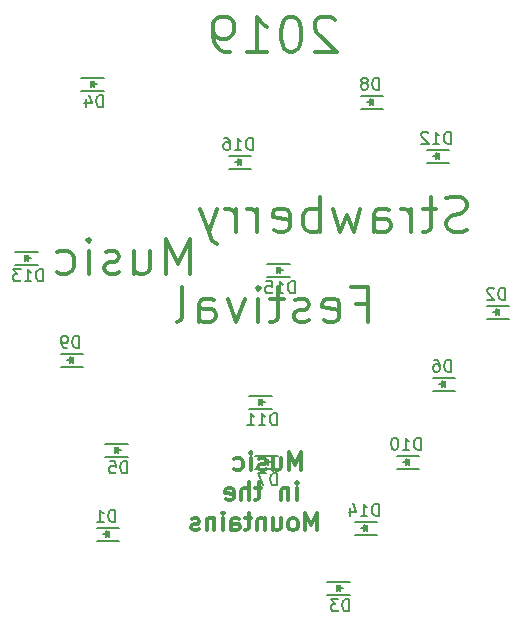
<source format=gbr>
G04 #@! TF.FileFunction,Legend,Bot*
%FSLAX46Y46*%
G04 Gerber Fmt 4.6, Leading zero omitted, Abs format (unit mm)*
G04 Created by KiCad (PCBNEW 4.0.4-snap1-stable) date Wed Apr 17 18:01:07 2019*
%MOMM*%
%LPD*%
G01*
G04 APERTURE LIST*
%ADD10C,0.100000*%
%ADD11C,0.300000*%
%ADD12C,0.150000*%
G04 APERTURE END LIST*
D10*
D11*
X148827428Y-122261143D02*
X148827428Y-119261143D01*
X147827428Y-121404000D01*
X146827428Y-119261143D01*
X146827428Y-122261143D01*
X144113143Y-120261143D02*
X144113143Y-122261143D01*
X145398857Y-120261143D02*
X145398857Y-121832571D01*
X145256000Y-122118286D01*
X144970286Y-122261143D01*
X144541714Y-122261143D01*
X144256000Y-122118286D01*
X144113143Y-121975429D01*
X142827428Y-122118286D02*
X142541714Y-122261143D01*
X141970286Y-122261143D01*
X141684571Y-122118286D01*
X141541714Y-121832571D01*
X141541714Y-121689714D01*
X141684571Y-121404000D01*
X141970286Y-121261143D01*
X142398857Y-121261143D01*
X142684571Y-121118286D01*
X142827428Y-120832571D01*
X142827428Y-120689714D01*
X142684571Y-120404000D01*
X142398857Y-120261143D01*
X141970286Y-120261143D01*
X141684571Y-120404000D01*
X140256000Y-122261143D02*
X140256000Y-120261143D01*
X140256000Y-119261143D02*
X140398857Y-119404000D01*
X140256000Y-119546857D01*
X140113143Y-119404000D01*
X140256000Y-119261143D01*
X140256000Y-119546857D01*
X137541715Y-122118286D02*
X137827429Y-122261143D01*
X138398858Y-122261143D01*
X138684572Y-122118286D01*
X138827429Y-121975429D01*
X138970286Y-121689714D01*
X138970286Y-120832571D01*
X138827429Y-120546857D01*
X138684572Y-120404000D01*
X138398858Y-120261143D01*
X137827429Y-120261143D01*
X137541715Y-120404000D01*
X161098857Y-100750857D02*
X160956000Y-100608000D01*
X160670286Y-100465143D01*
X159956000Y-100465143D01*
X159670286Y-100608000D01*
X159527429Y-100750857D01*
X159384572Y-101036571D01*
X159384572Y-101322286D01*
X159527429Y-101750857D01*
X161241715Y-103465143D01*
X159384572Y-103465143D01*
X157527429Y-100465143D02*
X157241714Y-100465143D01*
X156956000Y-100608000D01*
X156813143Y-100750857D01*
X156670286Y-101036571D01*
X156527429Y-101608000D01*
X156527429Y-102322286D01*
X156670286Y-102893714D01*
X156813143Y-103179429D01*
X156956000Y-103322286D01*
X157241714Y-103465143D01*
X157527429Y-103465143D01*
X157813143Y-103322286D01*
X157956000Y-103179429D01*
X158098857Y-102893714D01*
X158241714Y-102322286D01*
X158241714Y-101608000D01*
X158098857Y-101036571D01*
X157956000Y-100750857D01*
X157813143Y-100608000D01*
X157527429Y-100465143D01*
X153670286Y-103465143D02*
X155384571Y-103465143D01*
X154527429Y-103465143D02*
X154527429Y-100465143D01*
X154813143Y-100893714D01*
X155098857Y-101179429D01*
X155384571Y-101322286D01*
X152241714Y-103465143D02*
X151670286Y-103465143D01*
X151384571Y-103322286D01*
X151241714Y-103179429D01*
X150956000Y-102750857D01*
X150813143Y-102179429D01*
X150813143Y-101036571D01*
X150956000Y-100750857D01*
X151098857Y-100608000D01*
X151384571Y-100465143D01*
X151956000Y-100465143D01*
X152241714Y-100608000D01*
X152384571Y-100750857D01*
X152527428Y-101036571D01*
X152527428Y-101750857D01*
X152384571Y-102036571D01*
X152241714Y-102179429D01*
X151956000Y-102322286D01*
X151384571Y-102322286D01*
X151098857Y-102179429D01*
X150956000Y-102036571D01*
X150813143Y-101750857D01*
X158233714Y-138844571D02*
X158233714Y-137344571D01*
X157733714Y-138416000D01*
X157233714Y-137344571D01*
X157233714Y-138844571D01*
X155876571Y-137844571D02*
X155876571Y-138844571D01*
X156519428Y-137844571D02*
X156519428Y-138630286D01*
X156448000Y-138773143D01*
X156305142Y-138844571D01*
X156090857Y-138844571D01*
X155948000Y-138773143D01*
X155876571Y-138701714D01*
X155233714Y-138773143D02*
X155090857Y-138844571D01*
X154805142Y-138844571D01*
X154662285Y-138773143D01*
X154590857Y-138630286D01*
X154590857Y-138558857D01*
X154662285Y-138416000D01*
X154805142Y-138344571D01*
X155019428Y-138344571D01*
X155162285Y-138273143D01*
X155233714Y-138130286D01*
X155233714Y-138058857D01*
X155162285Y-137916000D01*
X155019428Y-137844571D01*
X154805142Y-137844571D01*
X154662285Y-137916000D01*
X153947999Y-138844571D02*
X153947999Y-137844571D01*
X153947999Y-137344571D02*
X154019428Y-137416000D01*
X153947999Y-137487429D01*
X153876571Y-137416000D01*
X153947999Y-137344571D01*
X153947999Y-137487429D01*
X152590856Y-138773143D02*
X152733713Y-138844571D01*
X153019427Y-138844571D01*
X153162285Y-138773143D01*
X153233713Y-138701714D01*
X153305142Y-138558857D01*
X153305142Y-138130286D01*
X153233713Y-137987429D01*
X153162285Y-137916000D01*
X153019427Y-137844571D01*
X152733713Y-137844571D01*
X152590856Y-137916000D01*
X157876571Y-141394571D02*
X157876571Y-140394571D01*
X157876571Y-139894571D02*
X157948000Y-139966000D01*
X157876571Y-140037429D01*
X157805143Y-139966000D01*
X157876571Y-139894571D01*
X157876571Y-140037429D01*
X157162285Y-140394571D02*
X157162285Y-141394571D01*
X157162285Y-140537429D02*
X157090857Y-140466000D01*
X156947999Y-140394571D01*
X156733714Y-140394571D01*
X156590857Y-140466000D01*
X156519428Y-140608857D01*
X156519428Y-141394571D01*
X154876571Y-140394571D02*
X154305142Y-140394571D01*
X154662285Y-139894571D02*
X154662285Y-141180286D01*
X154590857Y-141323143D01*
X154447999Y-141394571D01*
X154305142Y-141394571D01*
X153805142Y-141394571D02*
X153805142Y-139894571D01*
X153162285Y-141394571D02*
X153162285Y-140608857D01*
X153233714Y-140466000D01*
X153376571Y-140394571D01*
X153590856Y-140394571D01*
X153733714Y-140466000D01*
X153805142Y-140537429D01*
X151876571Y-141323143D02*
X152019428Y-141394571D01*
X152305142Y-141394571D01*
X152447999Y-141323143D01*
X152519428Y-141180286D01*
X152519428Y-140608857D01*
X152447999Y-140466000D01*
X152305142Y-140394571D01*
X152019428Y-140394571D01*
X151876571Y-140466000D01*
X151805142Y-140608857D01*
X151805142Y-140751714D01*
X152519428Y-140894571D01*
X159590858Y-143944571D02*
X159590858Y-142444571D01*
X159090858Y-143516000D01*
X158590858Y-142444571D01*
X158590858Y-143944571D01*
X157662286Y-143944571D02*
X157805144Y-143873143D01*
X157876572Y-143801714D01*
X157948001Y-143658857D01*
X157948001Y-143230286D01*
X157876572Y-143087429D01*
X157805144Y-143016000D01*
X157662286Y-142944571D01*
X157448001Y-142944571D01*
X157305144Y-143016000D01*
X157233715Y-143087429D01*
X157162286Y-143230286D01*
X157162286Y-143658857D01*
X157233715Y-143801714D01*
X157305144Y-143873143D01*
X157448001Y-143944571D01*
X157662286Y-143944571D01*
X155876572Y-142944571D02*
X155876572Y-143944571D01*
X156519429Y-142944571D02*
X156519429Y-143730286D01*
X156448001Y-143873143D01*
X156305143Y-143944571D01*
X156090858Y-143944571D01*
X155948001Y-143873143D01*
X155876572Y-143801714D01*
X155162286Y-142944571D02*
X155162286Y-143944571D01*
X155162286Y-143087429D02*
X155090858Y-143016000D01*
X154948000Y-142944571D01*
X154733715Y-142944571D01*
X154590858Y-143016000D01*
X154519429Y-143158857D01*
X154519429Y-143944571D01*
X154019429Y-142944571D02*
X153448000Y-142944571D01*
X153805143Y-142444571D02*
X153805143Y-143730286D01*
X153733715Y-143873143D01*
X153590857Y-143944571D01*
X153448000Y-143944571D01*
X152305143Y-143944571D02*
X152305143Y-143158857D01*
X152376572Y-143016000D01*
X152519429Y-142944571D01*
X152805143Y-142944571D01*
X152948000Y-143016000D01*
X152305143Y-143873143D02*
X152448000Y-143944571D01*
X152805143Y-143944571D01*
X152948000Y-143873143D01*
X153019429Y-143730286D01*
X153019429Y-143587429D01*
X152948000Y-143444571D01*
X152805143Y-143373143D01*
X152448000Y-143373143D01*
X152305143Y-143301714D01*
X151590857Y-143944571D02*
X151590857Y-142944571D01*
X151590857Y-142444571D02*
X151662286Y-142516000D01*
X151590857Y-142587429D01*
X151519429Y-142516000D01*
X151590857Y-142444571D01*
X151590857Y-142587429D01*
X150876571Y-142944571D02*
X150876571Y-143944571D01*
X150876571Y-143087429D02*
X150805143Y-143016000D01*
X150662285Y-142944571D01*
X150448000Y-142944571D01*
X150305143Y-143016000D01*
X150233714Y-143158857D01*
X150233714Y-143944571D01*
X149590857Y-143873143D02*
X149448000Y-143944571D01*
X149162285Y-143944571D01*
X149019428Y-143873143D01*
X148948000Y-143730286D01*
X148948000Y-143658857D01*
X149019428Y-143516000D01*
X149162285Y-143444571D01*
X149376571Y-143444571D01*
X149519428Y-143373143D01*
X149590857Y-143230286D01*
X149590857Y-143158857D01*
X149519428Y-143016000D01*
X149376571Y-142944571D01*
X149162285Y-142944571D01*
X149019428Y-143016000D01*
X162884571Y-124753714D02*
X163884571Y-124753714D01*
X163884571Y-126325143D02*
X163884571Y-123325143D01*
X162456000Y-123325143D01*
X160170285Y-126182286D02*
X160455999Y-126325143D01*
X161027428Y-126325143D01*
X161313142Y-126182286D01*
X161455999Y-125896571D01*
X161455999Y-124753714D01*
X161313142Y-124468000D01*
X161027428Y-124325143D01*
X160455999Y-124325143D01*
X160170285Y-124468000D01*
X160027428Y-124753714D01*
X160027428Y-125039429D01*
X161455999Y-125325143D01*
X158884570Y-126182286D02*
X158598856Y-126325143D01*
X158027428Y-126325143D01*
X157741713Y-126182286D01*
X157598856Y-125896571D01*
X157598856Y-125753714D01*
X157741713Y-125468000D01*
X158027428Y-125325143D01*
X158455999Y-125325143D01*
X158741713Y-125182286D01*
X158884570Y-124896571D01*
X158884570Y-124753714D01*
X158741713Y-124468000D01*
X158455999Y-124325143D01*
X158027428Y-124325143D01*
X157741713Y-124468000D01*
X156741714Y-124325143D02*
X155598857Y-124325143D01*
X156313142Y-123325143D02*
X156313142Y-125896571D01*
X156170285Y-126182286D01*
X155884571Y-126325143D01*
X155598857Y-126325143D01*
X154598856Y-126325143D02*
X154598856Y-124325143D01*
X154598856Y-123325143D02*
X154741713Y-123468000D01*
X154598856Y-123610857D01*
X154455999Y-123468000D01*
X154598856Y-123325143D01*
X154598856Y-123610857D01*
X153456000Y-124325143D02*
X152741714Y-126325143D01*
X152027428Y-124325143D01*
X149598857Y-126325143D02*
X149598857Y-124753714D01*
X149741714Y-124468000D01*
X150027428Y-124325143D01*
X150598857Y-124325143D01*
X150884571Y-124468000D01*
X149598857Y-126182286D02*
X149884571Y-126325143D01*
X150598857Y-126325143D01*
X150884571Y-126182286D01*
X151027428Y-125896571D01*
X151027428Y-125610857D01*
X150884571Y-125325143D01*
X150598857Y-125182286D01*
X149884571Y-125182286D01*
X149598857Y-125039429D01*
X147741714Y-126325143D02*
X148027428Y-126182286D01*
X148170285Y-125896571D01*
X148170285Y-123325143D01*
X172250286Y-118562286D02*
X171821715Y-118705143D01*
X171107429Y-118705143D01*
X170821715Y-118562286D01*
X170678858Y-118419429D01*
X170536001Y-118133714D01*
X170536001Y-117848000D01*
X170678858Y-117562286D01*
X170821715Y-117419429D01*
X171107429Y-117276571D01*
X171678858Y-117133714D01*
X171964572Y-116990857D01*
X172107429Y-116848000D01*
X172250286Y-116562286D01*
X172250286Y-116276571D01*
X172107429Y-115990857D01*
X171964572Y-115848000D01*
X171678858Y-115705143D01*
X170964572Y-115705143D01*
X170536001Y-115848000D01*
X169678858Y-116705143D02*
X168536001Y-116705143D01*
X169250286Y-115705143D02*
X169250286Y-118276571D01*
X169107429Y-118562286D01*
X168821715Y-118705143D01*
X168536001Y-118705143D01*
X167536000Y-118705143D02*
X167536000Y-116705143D01*
X167536000Y-117276571D02*
X167393143Y-116990857D01*
X167250286Y-116848000D01*
X166964572Y-116705143D01*
X166678857Y-116705143D01*
X164393143Y-118705143D02*
X164393143Y-117133714D01*
X164536000Y-116848000D01*
X164821714Y-116705143D01*
X165393143Y-116705143D01*
X165678857Y-116848000D01*
X164393143Y-118562286D02*
X164678857Y-118705143D01*
X165393143Y-118705143D01*
X165678857Y-118562286D01*
X165821714Y-118276571D01*
X165821714Y-117990857D01*
X165678857Y-117705143D01*
X165393143Y-117562286D01*
X164678857Y-117562286D01*
X164393143Y-117419429D01*
X163250286Y-116705143D02*
X162678857Y-118705143D01*
X162107428Y-117276571D01*
X161536000Y-118705143D01*
X160964571Y-116705143D01*
X159821714Y-118705143D02*
X159821714Y-115705143D01*
X159821714Y-116848000D02*
X159536000Y-116705143D01*
X158964571Y-116705143D01*
X158678857Y-116848000D01*
X158536000Y-116990857D01*
X158393143Y-117276571D01*
X158393143Y-118133714D01*
X158536000Y-118419429D01*
X158678857Y-118562286D01*
X158964571Y-118705143D01*
X159536000Y-118705143D01*
X159821714Y-118562286D01*
X155964571Y-118562286D02*
X156250285Y-118705143D01*
X156821714Y-118705143D01*
X157107428Y-118562286D01*
X157250285Y-118276571D01*
X157250285Y-117133714D01*
X157107428Y-116848000D01*
X156821714Y-116705143D01*
X156250285Y-116705143D01*
X155964571Y-116848000D01*
X155821714Y-117133714D01*
X155821714Y-117419429D01*
X157250285Y-117705143D01*
X154535999Y-118705143D02*
X154535999Y-116705143D01*
X154535999Y-117276571D02*
X154393142Y-116990857D01*
X154250285Y-116848000D01*
X153964571Y-116705143D01*
X153678856Y-116705143D01*
X152678856Y-118705143D02*
X152678856Y-116705143D01*
X152678856Y-117276571D02*
X152535999Y-116990857D01*
X152393142Y-116848000D01*
X152107428Y-116705143D01*
X151821713Y-116705143D01*
X151107428Y-116705143D02*
X150393142Y-118705143D01*
X149678856Y-116705143D02*
X150393142Y-118705143D01*
X150678856Y-119419429D01*
X150821713Y-119562286D01*
X151107428Y-119705143D01*
D12*
X142832000Y-144822000D02*
X140932000Y-144822000D01*
X142832000Y-143722000D02*
X140932000Y-143722000D01*
X141932000Y-144272000D02*
X141482000Y-144272000D01*
X141982000Y-144022000D02*
X141982000Y-144522000D01*
X141982000Y-144272000D02*
X141732000Y-144022000D01*
X141732000Y-144022000D02*
X141732000Y-144522000D01*
X141732000Y-144522000D02*
X141982000Y-144272000D01*
X175852000Y-126026000D02*
X173952000Y-126026000D01*
X175852000Y-124926000D02*
X173952000Y-124926000D01*
X174952000Y-125476000D02*
X174502000Y-125476000D01*
X175002000Y-125226000D02*
X175002000Y-125726000D01*
X175002000Y-125476000D02*
X174752000Y-125226000D01*
X174752000Y-125226000D02*
X174752000Y-125726000D01*
X174752000Y-125726000D02*
X175002000Y-125476000D01*
X160444000Y-148294000D02*
X162344000Y-148294000D01*
X160444000Y-149394000D02*
X162344000Y-149394000D01*
X161344000Y-148844000D02*
X161794000Y-148844000D01*
X161294000Y-149094000D02*
X161294000Y-148594000D01*
X161294000Y-148844000D02*
X161544000Y-149094000D01*
X161544000Y-149094000D02*
X161544000Y-148594000D01*
X161544000Y-148594000D02*
X161294000Y-148844000D01*
X139616000Y-105622000D02*
X141516000Y-105622000D01*
X139616000Y-106722000D02*
X141516000Y-106722000D01*
X140516000Y-106172000D02*
X140966000Y-106172000D01*
X140466000Y-106422000D02*
X140466000Y-105922000D01*
X140466000Y-106172000D02*
X140716000Y-106422000D01*
X140716000Y-106422000D02*
X140716000Y-105922000D01*
X140716000Y-105922000D02*
X140466000Y-106172000D01*
X141648000Y-136610000D02*
X143548000Y-136610000D01*
X141648000Y-137710000D02*
X143548000Y-137710000D01*
X142548000Y-137160000D02*
X142998000Y-137160000D01*
X142498000Y-137410000D02*
X142498000Y-136910000D01*
X142498000Y-137160000D02*
X142748000Y-137410000D01*
X142748000Y-137410000D02*
X142748000Y-136910000D01*
X142748000Y-136910000D02*
X142498000Y-137160000D01*
X171280000Y-132122000D02*
X169380000Y-132122000D01*
X171280000Y-131022000D02*
X169380000Y-131022000D01*
X170380000Y-131572000D02*
X169930000Y-131572000D01*
X170430000Y-131322000D02*
X170430000Y-131822000D01*
X170430000Y-131572000D02*
X170180000Y-131322000D01*
X170180000Y-131322000D02*
X170180000Y-131822000D01*
X170180000Y-131822000D02*
X170430000Y-131572000D01*
X154348000Y-137626000D02*
X156248000Y-137626000D01*
X154348000Y-138726000D02*
X156248000Y-138726000D01*
X155248000Y-138176000D02*
X155698000Y-138176000D01*
X155198000Y-138426000D02*
X155198000Y-137926000D01*
X155198000Y-138176000D02*
X155448000Y-138426000D01*
X155448000Y-138426000D02*
X155448000Y-137926000D01*
X155448000Y-137926000D02*
X155198000Y-138176000D01*
X165184000Y-108246000D02*
X163284000Y-108246000D01*
X165184000Y-107146000D02*
X163284000Y-107146000D01*
X164284000Y-107696000D02*
X163834000Y-107696000D01*
X164334000Y-107446000D02*
X164334000Y-107946000D01*
X164334000Y-107696000D02*
X164084000Y-107446000D01*
X164084000Y-107446000D02*
X164084000Y-107946000D01*
X164084000Y-107946000D02*
X164334000Y-107696000D01*
X139784000Y-130090000D02*
X137884000Y-130090000D01*
X139784000Y-128990000D02*
X137884000Y-128990000D01*
X138884000Y-129540000D02*
X138434000Y-129540000D01*
X138934000Y-129290000D02*
X138934000Y-129790000D01*
X138934000Y-129540000D02*
X138684000Y-129290000D01*
X138684000Y-129290000D02*
X138684000Y-129790000D01*
X138684000Y-129790000D02*
X138934000Y-129540000D01*
X168232000Y-138726000D02*
X166332000Y-138726000D01*
X168232000Y-137626000D02*
X166332000Y-137626000D01*
X167332000Y-138176000D02*
X166882000Y-138176000D01*
X167382000Y-137926000D02*
X167382000Y-138426000D01*
X167382000Y-138176000D02*
X167132000Y-137926000D01*
X167132000Y-137926000D02*
X167132000Y-138426000D01*
X167132000Y-138426000D02*
X167382000Y-138176000D01*
X153840000Y-132546000D02*
X155740000Y-132546000D01*
X153840000Y-133646000D02*
X155740000Y-133646000D01*
X154740000Y-133096000D02*
X155190000Y-133096000D01*
X154690000Y-133346000D02*
X154690000Y-132846000D01*
X154690000Y-133096000D02*
X154940000Y-133346000D01*
X154940000Y-133346000D02*
X154940000Y-132846000D01*
X154940000Y-132846000D02*
X154690000Y-133096000D01*
X170772000Y-112818000D02*
X168872000Y-112818000D01*
X170772000Y-111718000D02*
X168872000Y-111718000D01*
X169872000Y-112268000D02*
X169422000Y-112268000D01*
X169922000Y-112018000D02*
X169922000Y-112518000D01*
X169922000Y-112268000D02*
X169672000Y-112018000D01*
X169672000Y-112018000D02*
X169672000Y-112518000D01*
X169672000Y-112518000D02*
X169922000Y-112268000D01*
X134028000Y-120354000D02*
X135928000Y-120354000D01*
X134028000Y-121454000D02*
X135928000Y-121454000D01*
X134928000Y-120904000D02*
X135378000Y-120904000D01*
X134878000Y-121154000D02*
X134878000Y-120654000D01*
X134878000Y-120904000D02*
X135128000Y-121154000D01*
X135128000Y-121154000D02*
X135128000Y-120654000D01*
X135128000Y-120654000D02*
X134878000Y-120904000D01*
X164676000Y-144314000D02*
X162776000Y-144314000D01*
X164676000Y-143214000D02*
X162776000Y-143214000D01*
X163776000Y-143764000D02*
X163326000Y-143764000D01*
X163826000Y-143514000D02*
X163826000Y-144014000D01*
X163826000Y-143764000D02*
X163576000Y-143514000D01*
X163576000Y-143514000D02*
X163576000Y-144014000D01*
X163576000Y-144014000D02*
X163826000Y-143764000D01*
X155364000Y-121370000D02*
X157264000Y-121370000D01*
X155364000Y-122470000D02*
X157264000Y-122470000D01*
X156264000Y-121920000D02*
X156714000Y-121920000D01*
X156214000Y-122170000D02*
X156214000Y-121670000D01*
X156214000Y-121920000D02*
X156464000Y-122170000D01*
X156464000Y-122170000D02*
X156464000Y-121670000D01*
X156464000Y-121670000D02*
X156214000Y-121920000D01*
X154008000Y-113326000D02*
X152108000Y-113326000D01*
X154008000Y-112226000D02*
X152108000Y-112226000D01*
X153108000Y-112776000D02*
X152658000Y-112776000D01*
X153158000Y-112526000D02*
X153158000Y-113026000D01*
X153158000Y-112776000D02*
X152908000Y-112526000D01*
X152908000Y-112526000D02*
X152908000Y-113026000D01*
X152908000Y-113026000D02*
X153158000Y-112776000D01*
X142470095Y-143224381D02*
X142470095Y-142224381D01*
X142232000Y-142224381D01*
X142089142Y-142272000D01*
X141993904Y-142367238D01*
X141946285Y-142462476D01*
X141898666Y-142652952D01*
X141898666Y-142795810D01*
X141946285Y-142986286D01*
X141993904Y-143081524D01*
X142089142Y-143176762D01*
X142232000Y-143224381D01*
X142470095Y-143224381D01*
X140946285Y-143224381D02*
X141517714Y-143224381D01*
X141232000Y-143224381D02*
X141232000Y-142224381D01*
X141327238Y-142367238D01*
X141422476Y-142462476D01*
X141517714Y-142510095D01*
X175490095Y-124428381D02*
X175490095Y-123428381D01*
X175252000Y-123428381D01*
X175109142Y-123476000D01*
X175013904Y-123571238D01*
X174966285Y-123666476D01*
X174918666Y-123856952D01*
X174918666Y-123999810D01*
X174966285Y-124190286D01*
X175013904Y-124285524D01*
X175109142Y-124380762D01*
X175252000Y-124428381D01*
X175490095Y-124428381D01*
X174537714Y-123523619D02*
X174490095Y-123476000D01*
X174394857Y-123428381D01*
X174156761Y-123428381D01*
X174061523Y-123476000D01*
X174013904Y-123523619D01*
X173966285Y-123618857D01*
X173966285Y-123714095D01*
X174013904Y-123856952D01*
X174585333Y-124428381D01*
X173966285Y-124428381D01*
X162282095Y-150796381D02*
X162282095Y-149796381D01*
X162044000Y-149796381D01*
X161901142Y-149844000D01*
X161805904Y-149939238D01*
X161758285Y-150034476D01*
X161710666Y-150224952D01*
X161710666Y-150367810D01*
X161758285Y-150558286D01*
X161805904Y-150653524D01*
X161901142Y-150748762D01*
X162044000Y-150796381D01*
X162282095Y-150796381D01*
X161377333Y-149796381D02*
X160758285Y-149796381D01*
X161091619Y-150177333D01*
X160948761Y-150177333D01*
X160853523Y-150224952D01*
X160805904Y-150272571D01*
X160758285Y-150367810D01*
X160758285Y-150605905D01*
X160805904Y-150701143D01*
X160853523Y-150748762D01*
X160948761Y-150796381D01*
X161234476Y-150796381D01*
X161329714Y-150748762D01*
X161377333Y-150701143D01*
X141454095Y-108124381D02*
X141454095Y-107124381D01*
X141216000Y-107124381D01*
X141073142Y-107172000D01*
X140977904Y-107267238D01*
X140930285Y-107362476D01*
X140882666Y-107552952D01*
X140882666Y-107695810D01*
X140930285Y-107886286D01*
X140977904Y-107981524D01*
X141073142Y-108076762D01*
X141216000Y-108124381D01*
X141454095Y-108124381D01*
X140025523Y-107457714D02*
X140025523Y-108124381D01*
X140263619Y-107076762D02*
X140501714Y-107791048D01*
X139882666Y-107791048D01*
X143486095Y-139112381D02*
X143486095Y-138112381D01*
X143248000Y-138112381D01*
X143105142Y-138160000D01*
X143009904Y-138255238D01*
X142962285Y-138350476D01*
X142914666Y-138540952D01*
X142914666Y-138683810D01*
X142962285Y-138874286D01*
X143009904Y-138969524D01*
X143105142Y-139064762D01*
X143248000Y-139112381D01*
X143486095Y-139112381D01*
X142009904Y-138112381D02*
X142486095Y-138112381D01*
X142533714Y-138588571D01*
X142486095Y-138540952D01*
X142390857Y-138493333D01*
X142152761Y-138493333D01*
X142057523Y-138540952D01*
X142009904Y-138588571D01*
X141962285Y-138683810D01*
X141962285Y-138921905D01*
X142009904Y-139017143D01*
X142057523Y-139064762D01*
X142152761Y-139112381D01*
X142390857Y-139112381D01*
X142486095Y-139064762D01*
X142533714Y-139017143D01*
X170918095Y-130524381D02*
X170918095Y-129524381D01*
X170680000Y-129524381D01*
X170537142Y-129572000D01*
X170441904Y-129667238D01*
X170394285Y-129762476D01*
X170346666Y-129952952D01*
X170346666Y-130095810D01*
X170394285Y-130286286D01*
X170441904Y-130381524D01*
X170537142Y-130476762D01*
X170680000Y-130524381D01*
X170918095Y-130524381D01*
X169489523Y-129524381D02*
X169680000Y-129524381D01*
X169775238Y-129572000D01*
X169822857Y-129619619D01*
X169918095Y-129762476D01*
X169965714Y-129952952D01*
X169965714Y-130333905D01*
X169918095Y-130429143D01*
X169870476Y-130476762D01*
X169775238Y-130524381D01*
X169584761Y-130524381D01*
X169489523Y-130476762D01*
X169441904Y-130429143D01*
X169394285Y-130333905D01*
X169394285Y-130095810D01*
X169441904Y-130000571D01*
X169489523Y-129952952D01*
X169584761Y-129905333D01*
X169775238Y-129905333D01*
X169870476Y-129952952D01*
X169918095Y-130000571D01*
X169965714Y-130095810D01*
X156186095Y-140128381D02*
X156186095Y-139128381D01*
X155948000Y-139128381D01*
X155805142Y-139176000D01*
X155709904Y-139271238D01*
X155662285Y-139366476D01*
X155614666Y-139556952D01*
X155614666Y-139699810D01*
X155662285Y-139890286D01*
X155709904Y-139985524D01*
X155805142Y-140080762D01*
X155948000Y-140128381D01*
X156186095Y-140128381D01*
X155281333Y-139128381D02*
X154614666Y-139128381D01*
X155043238Y-140128381D01*
X164822095Y-106648381D02*
X164822095Y-105648381D01*
X164584000Y-105648381D01*
X164441142Y-105696000D01*
X164345904Y-105791238D01*
X164298285Y-105886476D01*
X164250666Y-106076952D01*
X164250666Y-106219810D01*
X164298285Y-106410286D01*
X164345904Y-106505524D01*
X164441142Y-106600762D01*
X164584000Y-106648381D01*
X164822095Y-106648381D01*
X163679238Y-106076952D02*
X163774476Y-106029333D01*
X163822095Y-105981714D01*
X163869714Y-105886476D01*
X163869714Y-105838857D01*
X163822095Y-105743619D01*
X163774476Y-105696000D01*
X163679238Y-105648381D01*
X163488761Y-105648381D01*
X163393523Y-105696000D01*
X163345904Y-105743619D01*
X163298285Y-105838857D01*
X163298285Y-105886476D01*
X163345904Y-105981714D01*
X163393523Y-106029333D01*
X163488761Y-106076952D01*
X163679238Y-106076952D01*
X163774476Y-106124571D01*
X163822095Y-106172190D01*
X163869714Y-106267429D01*
X163869714Y-106457905D01*
X163822095Y-106553143D01*
X163774476Y-106600762D01*
X163679238Y-106648381D01*
X163488761Y-106648381D01*
X163393523Y-106600762D01*
X163345904Y-106553143D01*
X163298285Y-106457905D01*
X163298285Y-106267429D01*
X163345904Y-106172190D01*
X163393523Y-106124571D01*
X163488761Y-106076952D01*
X139422095Y-128492381D02*
X139422095Y-127492381D01*
X139184000Y-127492381D01*
X139041142Y-127540000D01*
X138945904Y-127635238D01*
X138898285Y-127730476D01*
X138850666Y-127920952D01*
X138850666Y-128063810D01*
X138898285Y-128254286D01*
X138945904Y-128349524D01*
X139041142Y-128444762D01*
X139184000Y-128492381D01*
X139422095Y-128492381D01*
X138374476Y-128492381D02*
X138184000Y-128492381D01*
X138088761Y-128444762D01*
X138041142Y-128397143D01*
X137945904Y-128254286D01*
X137898285Y-128063810D01*
X137898285Y-127682857D01*
X137945904Y-127587619D01*
X137993523Y-127540000D01*
X138088761Y-127492381D01*
X138279238Y-127492381D01*
X138374476Y-127540000D01*
X138422095Y-127587619D01*
X138469714Y-127682857D01*
X138469714Y-127920952D01*
X138422095Y-128016190D01*
X138374476Y-128063810D01*
X138279238Y-128111429D01*
X138088761Y-128111429D01*
X137993523Y-128063810D01*
X137945904Y-128016190D01*
X137898285Y-127920952D01*
X168346286Y-137128381D02*
X168346286Y-136128381D01*
X168108191Y-136128381D01*
X167965333Y-136176000D01*
X167870095Y-136271238D01*
X167822476Y-136366476D01*
X167774857Y-136556952D01*
X167774857Y-136699810D01*
X167822476Y-136890286D01*
X167870095Y-136985524D01*
X167965333Y-137080762D01*
X168108191Y-137128381D01*
X168346286Y-137128381D01*
X166822476Y-137128381D02*
X167393905Y-137128381D01*
X167108191Y-137128381D02*
X167108191Y-136128381D01*
X167203429Y-136271238D01*
X167298667Y-136366476D01*
X167393905Y-136414095D01*
X166203429Y-136128381D02*
X166108190Y-136128381D01*
X166012952Y-136176000D01*
X165965333Y-136223619D01*
X165917714Y-136318857D01*
X165870095Y-136509333D01*
X165870095Y-136747429D01*
X165917714Y-136937905D01*
X165965333Y-137033143D01*
X166012952Y-137080762D01*
X166108190Y-137128381D01*
X166203429Y-137128381D01*
X166298667Y-137080762D01*
X166346286Y-137033143D01*
X166393905Y-136937905D01*
X166441524Y-136747429D01*
X166441524Y-136509333D01*
X166393905Y-136318857D01*
X166346286Y-136223619D01*
X166298667Y-136176000D01*
X166203429Y-136128381D01*
X156154286Y-135048381D02*
X156154286Y-134048381D01*
X155916191Y-134048381D01*
X155773333Y-134096000D01*
X155678095Y-134191238D01*
X155630476Y-134286476D01*
X155582857Y-134476952D01*
X155582857Y-134619810D01*
X155630476Y-134810286D01*
X155678095Y-134905524D01*
X155773333Y-135000762D01*
X155916191Y-135048381D01*
X156154286Y-135048381D01*
X154630476Y-135048381D02*
X155201905Y-135048381D01*
X154916191Y-135048381D02*
X154916191Y-134048381D01*
X155011429Y-134191238D01*
X155106667Y-134286476D01*
X155201905Y-134334095D01*
X153678095Y-135048381D02*
X154249524Y-135048381D01*
X153963810Y-135048381D02*
X153963810Y-134048381D01*
X154059048Y-134191238D01*
X154154286Y-134286476D01*
X154249524Y-134334095D01*
X170886286Y-111220381D02*
X170886286Y-110220381D01*
X170648191Y-110220381D01*
X170505333Y-110268000D01*
X170410095Y-110363238D01*
X170362476Y-110458476D01*
X170314857Y-110648952D01*
X170314857Y-110791810D01*
X170362476Y-110982286D01*
X170410095Y-111077524D01*
X170505333Y-111172762D01*
X170648191Y-111220381D01*
X170886286Y-111220381D01*
X169362476Y-111220381D02*
X169933905Y-111220381D01*
X169648191Y-111220381D02*
X169648191Y-110220381D01*
X169743429Y-110363238D01*
X169838667Y-110458476D01*
X169933905Y-110506095D01*
X168981524Y-110315619D02*
X168933905Y-110268000D01*
X168838667Y-110220381D01*
X168600571Y-110220381D01*
X168505333Y-110268000D01*
X168457714Y-110315619D01*
X168410095Y-110410857D01*
X168410095Y-110506095D01*
X168457714Y-110648952D01*
X169029143Y-111220381D01*
X168410095Y-111220381D01*
X136342286Y-122856381D02*
X136342286Y-121856381D01*
X136104191Y-121856381D01*
X135961333Y-121904000D01*
X135866095Y-121999238D01*
X135818476Y-122094476D01*
X135770857Y-122284952D01*
X135770857Y-122427810D01*
X135818476Y-122618286D01*
X135866095Y-122713524D01*
X135961333Y-122808762D01*
X136104191Y-122856381D01*
X136342286Y-122856381D01*
X134818476Y-122856381D02*
X135389905Y-122856381D01*
X135104191Y-122856381D02*
X135104191Y-121856381D01*
X135199429Y-121999238D01*
X135294667Y-122094476D01*
X135389905Y-122142095D01*
X134485143Y-121856381D02*
X133866095Y-121856381D01*
X134199429Y-122237333D01*
X134056571Y-122237333D01*
X133961333Y-122284952D01*
X133913714Y-122332571D01*
X133866095Y-122427810D01*
X133866095Y-122665905D01*
X133913714Y-122761143D01*
X133961333Y-122808762D01*
X134056571Y-122856381D01*
X134342286Y-122856381D01*
X134437524Y-122808762D01*
X134485143Y-122761143D01*
X164790286Y-142716381D02*
X164790286Y-141716381D01*
X164552191Y-141716381D01*
X164409333Y-141764000D01*
X164314095Y-141859238D01*
X164266476Y-141954476D01*
X164218857Y-142144952D01*
X164218857Y-142287810D01*
X164266476Y-142478286D01*
X164314095Y-142573524D01*
X164409333Y-142668762D01*
X164552191Y-142716381D01*
X164790286Y-142716381D01*
X163266476Y-142716381D02*
X163837905Y-142716381D01*
X163552191Y-142716381D02*
X163552191Y-141716381D01*
X163647429Y-141859238D01*
X163742667Y-141954476D01*
X163837905Y-142002095D01*
X162409333Y-142049714D02*
X162409333Y-142716381D01*
X162647429Y-141668762D02*
X162885524Y-142383048D01*
X162266476Y-142383048D01*
X157678286Y-123872381D02*
X157678286Y-122872381D01*
X157440191Y-122872381D01*
X157297333Y-122920000D01*
X157202095Y-123015238D01*
X157154476Y-123110476D01*
X157106857Y-123300952D01*
X157106857Y-123443810D01*
X157154476Y-123634286D01*
X157202095Y-123729524D01*
X157297333Y-123824762D01*
X157440191Y-123872381D01*
X157678286Y-123872381D01*
X156154476Y-123872381D02*
X156725905Y-123872381D01*
X156440191Y-123872381D02*
X156440191Y-122872381D01*
X156535429Y-123015238D01*
X156630667Y-123110476D01*
X156725905Y-123158095D01*
X155249714Y-122872381D02*
X155725905Y-122872381D01*
X155773524Y-123348571D01*
X155725905Y-123300952D01*
X155630667Y-123253333D01*
X155392571Y-123253333D01*
X155297333Y-123300952D01*
X155249714Y-123348571D01*
X155202095Y-123443810D01*
X155202095Y-123681905D01*
X155249714Y-123777143D01*
X155297333Y-123824762D01*
X155392571Y-123872381D01*
X155630667Y-123872381D01*
X155725905Y-123824762D01*
X155773524Y-123777143D01*
X154122286Y-111728381D02*
X154122286Y-110728381D01*
X153884191Y-110728381D01*
X153741333Y-110776000D01*
X153646095Y-110871238D01*
X153598476Y-110966476D01*
X153550857Y-111156952D01*
X153550857Y-111299810D01*
X153598476Y-111490286D01*
X153646095Y-111585524D01*
X153741333Y-111680762D01*
X153884191Y-111728381D01*
X154122286Y-111728381D01*
X152598476Y-111728381D02*
X153169905Y-111728381D01*
X152884191Y-111728381D02*
X152884191Y-110728381D01*
X152979429Y-110871238D01*
X153074667Y-110966476D01*
X153169905Y-111014095D01*
X151741333Y-110728381D02*
X151931810Y-110728381D01*
X152027048Y-110776000D01*
X152074667Y-110823619D01*
X152169905Y-110966476D01*
X152217524Y-111156952D01*
X152217524Y-111537905D01*
X152169905Y-111633143D01*
X152122286Y-111680762D01*
X152027048Y-111728381D01*
X151836571Y-111728381D01*
X151741333Y-111680762D01*
X151693714Y-111633143D01*
X151646095Y-111537905D01*
X151646095Y-111299810D01*
X151693714Y-111204571D01*
X151741333Y-111156952D01*
X151836571Y-111109333D01*
X152027048Y-111109333D01*
X152122286Y-111156952D01*
X152169905Y-111204571D01*
X152217524Y-111299810D01*
M02*

</source>
